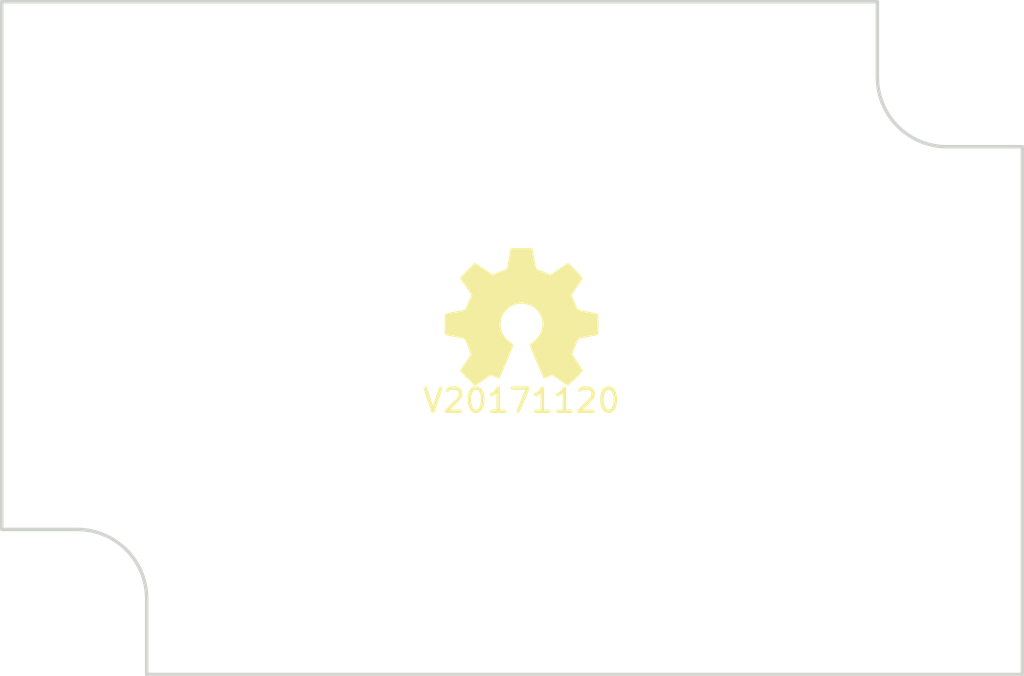
<source format=kicad_pcb>
(kicad_pcb (version 4) (host pcbnew 4.0.7-e2-6376~61~ubuntu18.04.1)

  (general
    (links 0)
    (no_connects 0)
    (area 0 0 0 0)
    (thickness 1.6)
    (drawings 10)
    (tracks 0)
    (zones 0)
    (modules 4)
    (nets 1)
  )

  (page A4)
  (layers
    (0 F.Cu signal)
    (31 B.Cu signal)
    (32 B.Adhes user)
    (33 F.Adhes user)
    (34 B.Paste user)
    (35 F.Paste user)
    (36 B.SilkS user)
    (37 F.SilkS user)
    (38 B.Mask user)
    (39 F.Mask user)
    (40 Dwgs.User user)
    (41 Cmts.User user)
    (42 Eco1.User user)
    (43 Eco2.User user)
    (44 Edge.Cuts user)
    (45 Margin user)
    (46 B.CrtYd user)
    (47 F.CrtYd user)
    (48 B.Fab user)
    (49 F.Fab user)
  )

  (setup
    (last_trace_width 0.1524)
    (user_trace_width 0.1524)
    (user_trace_width 0.2)
    (user_trace_width 0.3)
    (user_trace_width 0.4)
    (user_trace_width 0.6)
    (user_trace_width 1)
    (user_trace_width 1.5)
    (user_trace_width 2)
    (trace_clearance 0.1524)
    (zone_clearance 0.508)
    (zone_45_only no)
    (trace_min 0.1524)
    (segment_width 0.2)
    (edge_width 0.15)
    (via_size 0.381)
    (via_drill 0.254)
    (via_min_size 0.381)
    (via_min_drill 0.254)
    (user_via 0.381 0.254)
    (user_via 0.55 0.4)
    (user_via 0.75 0.6)
    (user_via 0.95 0.8)
    (user_via 1.3 1)
    (user_via 1.5 1.2)
    (user_via 1.7 1.4)
    (user_via 1.9 1.6)
    (uvia_size 0.381)
    (uvia_drill 0.254)
    (uvias_allowed no)
    (uvia_min_size 0.381)
    (uvia_min_drill 0.254)
    (pcb_text_width 0.3)
    (pcb_text_size 1.5 1.5)
    (mod_edge_width 0.15)
    (mod_text_size 1 1)
    (mod_text_width 0.15)
    (pad_size 1.524 1.524)
    (pad_drill 0.762)
    (pad_to_mask_clearance 0.2)
    (aux_axis_origin 0 0)
    (visible_elements FFFFFF7F)
    (pcbplotparams
      (layerselection 0x00030_80000001)
      (usegerberextensions false)
      (excludeedgelayer true)
      (linewidth 0.100000)
      (plotframeref false)
      (viasonmask false)
      (mode 1)
      (useauxorigin false)
      (hpglpennumber 1)
      (hpglpenspeed 20)
      (hpglpendiameter 15)
      (hpglpenoverlay 2)
      (psnegative false)
      (psa4output false)
      (plotreference true)
      (plotvalue true)
      (plotinvisibletext false)
      (padsonsilk false)
      (subtractmaskfromsilk false)
      (outputformat 1)
      (mirror false)
      (drillshape 1)
      (scaleselection 1)
      (outputdirectory ""))
  )

  (net 0 "")

  (net_class Default "This is the default net class."
    (clearance 0.1524)
    (trace_width 0.1524)
    (via_dia 0.381)
    (via_drill 0.254)
    (uvia_dia 0.381)
    (uvia_drill 0.254)
  )

  (module Symbols:OSHW-Symbol_6.7x6mm_SilkScreen (layer F.Cu) (tedit 0) (tstamp 5A135134)
    (at 150.4 99.1)
    (descr "Open Source Hardware Symbol")
    (tags "Logo Symbol OSHW")
    (path /5A135869)
    (attr virtual)
    (fp_text reference N1 (at 0 0) (layer F.SilkS) hide
      (effects (font (size 1 1) (thickness 0.15)))
    )
    (fp_text value OHWLOGO (at 0.75 0) (layer F.Fab) hide
      (effects (font (size 1 1) (thickness 0.15)))
    )
    (fp_poly (pts (xy 0.555814 -2.531069) (xy 0.639635 -2.086445) (xy 0.94892 -1.958947) (xy 1.258206 -1.831449)
      (xy 1.629246 -2.083754) (xy 1.733157 -2.154004) (xy 1.827087 -2.216728) (xy 1.906652 -2.269062)
      (xy 1.96747 -2.308143) (xy 2.005157 -2.331107) (xy 2.015421 -2.336058) (xy 2.03391 -2.323324)
      (xy 2.07342 -2.288118) (xy 2.129522 -2.234938) (xy 2.197787 -2.168282) (xy 2.273786 -2.092646)
      (xy 2.353092 -2.012528) (xy 2.431275 -1.932426) (xy 2.503907 -1.856836) (xy 2.566559 -1.790255)
      (xy 2.614803 -1.737182) (xy 2.64421 -1.702113) (xy 2.651241 -1.690377) (xy 2.641123 -1.66874)
      (xy 2.612759 -1.621338) (xy 2.569129 -1.552807) (xy 2.513218 -1.467785) (xy 2.448006 -1.370907)
      (xy 2.410219 -1.31565) (xy 2.341343 -1.214752) (xy 2.28014 -1.123701) (xy 2.229578 -1.04703)
      (xy 2.192628 -0.989272) (xy 2.172258 -0.954957) (xy 2.169197 -0.947746) (xy 2.176136 -0.927252)
      (xy 2.195051 -0.879487) (xy 2.223087 -0.811168) (xy 2.257391 -0.729011) (xy 2.295109 -0.63973)
      (xy 2.333387 -0.550042) (xy 2.36937 -0.466662) (xy 2.400206 -0.396306) (xy 2.423039 -0.34569)
      (xy 2.435017 -0.321529) (xy 2.435724 -0.320578) (xy 2.454531 -0.315964) (xy 2.504618 -0.305672)
      (xy 2.580793 -0.290713) (xy 2.677865 -0.272099) (xy 2.790643 -0.250841) (xy 2.856442 -0.238582)
      (xy 2.97695 -0.215638) (xy 3.085797 -0.193805) (xy 3.177476 -0.174278) (xy 3.246481 -0.158252)
      (xy 3.287304 -0.146921) (xy 3.295511 -0.143326) (xy 3.303548 -0.118994) (xy 3.310033 -0.064041)
      (xy 3.31497 0.015108) (xy 3.318364 0.112026) (xy 3.320218 0.220287) (xy 3.320538 0.333465)
      (xy 3.319327 0.445135) (xy 3.31659 0.548868) (xy 3.312331 0.638241) (xy 3.306555 0.706826)
      (xy 3.299267 0.748197) (xy 3.294895 0.75681) (xy 3.268764 0.767133) (xy 3.213393 0.781892)
      (xy 3.136107 0.799352) (xy 3.04423 0.81778) (xy 3.012158 0.823741) (xy 2.857524 0.852066)
      (xy 2.735375 0.874876) (xy 2.641673 0.89308) (xy 2.572384 0.907583) (xy 2.523471 0.919292)
      (xy 2.490897 0.929115) (xy 2.470628 0.937956) (xy 2.458626 0.946724) (xy 2.456947 0.948457)
      (xy 2.440184 0.976371) (xy 2.414614 1.030695) (xy 2.382788 1.104777) (xy 2.34726 1.191965)
      (xy 2.310583 1.285608) (xy 2.275311 1.379052) (xy 2.243996 1.465647) (xy 2.219193 1.53874)
      (xy 2.203454 1.591678) (xy 2.199332 1.617811) (xy 2.199676 1.618726) (xy 2.213641 1.640086)
      (xy 2.245322 1.687084) (xy 2.291391 1.754827) (xy 2.348518 1.838423) (xy 2.413373 1.932982)
      (xy 2.431843 1.959854) (xy 2.497699 2.057275) (xy 2.55565 2.146163) (xy 2.602538 2.221412)
      (xy 2.635207 2.27792) (xy 2.6505 2.310581) (xy 2.651241 2.314593) (xy 2.638392 2.335684)
      (xy 2.602888 2.377464) (xy 2.549293 2.435445) (xy 2.482171 2.505135) (xy 2.406087 2.582045)
      (xy 2.325604 2.661683) (xy 2.245287 2.739561) (xy 2.169699 2.811186) (xy 2.103405 2.87207)
      (xy 2.050969 2.917721) (xy 2.016955 2.94365) (xy 2.007545 2.947883) (xy 1.985643 2.937912)
      (xy 1.9408 2.91102) (xy 1.880321 2.871736) (xy 1.833789 2.840117) (xy 1.749475 2.782098)
      (xy 1.649626 2.713784) (xy 1.549473 2.645579) (xy 1.495627 2.609075) (xy 1.313371 2.4858)
      (xy 1.160381 2.56852) (xy 1.090682 2.604759) (xy 1.031414 2.632926) (xy 0.991311 2.648991)
      (xy 0.981103 2.651226) (xy 0.968829 2.634722) (xy 0.944613 2.588082) (xy 0.910263 2.515609)
      (xy 0.867588 2.421606) (xy 0.818394 2.310374) (xy 0.76449 2.186215) (xy 0.707684 2.053432)
      (xy 0.649782 1.916327) (xy 0.592593 1.779202) (xy 0.537924 1.646358) (xy 0.487584 1.522098)
      (xy 0.44338 1.410725) (xy 0.407119 1.316539) (xy 0.380609 1.243844) (xy 0.365658 1.196941)
      (xy 0.363254 1.180833) (xy 0.382311 1.160286) (xy 0.424036 1.126933) (xy 0.479706 1.087702)
      (xy 0.484378 1.084599) (xy 0.628264 0.969423) (xy 0.744283 0.835053) (xy 0.83143 0.685784)
      (xy 0.888699 0.525913) (xy 0.915086 0.359737) (xy 0.909585 0.191552) (xy 0.87119 0.025655)
      (xy 0.798895 -0.133658) (xy 0.777626 -0.168513) (xy 0.666996 -0.309263) (xy 0.536302 -0.422286)
      (xy 0.390064 -0.506997) (xy 0.232808 -0.562806) (xy 0.069057 -0.589126) (xy -0.096667 -0.58537)
      (xy -0.259838 -0.55095) (xy -0.415935 -0.485277) (xy -0.560433 -0.387765) (xy -0.605131 -0.348187)
      (xy -0.718888 -0.224297) (xy -0.801782 -0.093876) (xy -0.858644 0.052315) (xy -0.890313 0.197088)
      (xy -0.898131 0.35986) (xy -0.872062 0.52344) (xy -0.814755 0.682298) (xy -0.728856 0.830906)
      (xy -0.617014 0.963735) (xy -0.481877 1.075256) (xy -0.464117 1.087011) (xy -0.40785 1.125508)
      (xy -0.365077 1.158863) (xy -0.344628 1.18016) (xy -0.344331 1.180833) (xy -0.348721 1.203871)
      (xy -0.366124 1.256157) (xy -0.394732 1.33339) (xy -0.432735 1.431268) (xy -0.478326 1.545491)
      (xy -0.529697 1.671758) (xy -0.585038 1.805767) (xy -0.642542 1.943218) (xy -0.700399 2.079808)
      (xy -0.756802 2.211237) (xy -0.809942 2.333205) (xy -0.85801 2.441409) (xy -0.899199 2.531549)
      (xy -0.931699 2.599323) (xy -0.953703 2.64043) (xy -0.962564 2.651226) (xy -0.98964 2.642819)
      (xy -1.040303 2.620272) (xy -1.105817 2.587613) (xy -1.141841 2.56852) (xy -1.294832 2.4858)
      (xy -1.477088 2.609075) (xy -1.570125 2.672228) (xy -1.671985 2.741727) (xy -1.767438 2.807165)
      (xy -1.81525 2.840117) (xy -1.882495 2.885273) (xy -1.939436 2.921057) (xy -1.978646 2.942938)
      (xy -1.991381 2.947563) (xy -2.009917 2.935085) (xy -2.050941 2.900252) (xy -2.110475 2.846678)
      (xy -2.184542 2.777983) (xy -2.269165 2.697781) (xy -2.322685 2.646286) (xy -2.416319 2.554286)
      (xy -2.497241 2.471999) (xy -2.562177 2.402945) (xy -2.607858 2.350644) (xy -2.631011 2.318616)
      (xy -2.633232 2.312116) (xy -2.622924 2.287394) (xy -2.594439 2.237405) (xy -2.550937 2.167212)
      (xy -2.495577 2.081875) (xy -2.43152 1.986456) (xy -2.413303 1.959854) (xy -2.346927 1.863167)
      (xy -2.287378 1.776117) (xy -2.237984 1.703595) (xy -2.202075 1.650493) (xy -2.182981 1.621703)
      (xy -2.181136 1.618726) (xy -2.183895 1.595782) (xy -2.198538 1.545336) (xy -2.222513 1.474041)
      (xy -2.253266 1.388547) (xy -2.288244 1.295507) (xy -2.324893 1.201574) (xy -2.360661 1.113399)
      (xy -2.392994 1.037634) (xy -2.419338 0.980931) (xy -2.437142 0.949943) (xy -2.438407 0.948457)
      (xy -2.449294 0.939601) (xy -2.467682 0.930843) (xy -2.497606 0.921277) (xy -2.543103 0.909996)
      (xy -2.608209 0.896093) (xy -2.696961 0.878663) (xy -2.813393 0.856798) (xy -2.961542 0.829591)
      (xy -2.993618 0.823741) (xy -3.088686 0.805374) (xy -3.171565 0.787405) (xy -3.23493 0.771569)
      (xy -3.271458 0.7596) (xy -3.276356 0.75681) (xy -3.284427 0.732072) (xy -3.290987 0.67679)
      (xy -3.296033 0.597389) (xy -3.299559 0.500296) (xy -3.301561 0.391938) (xy -3.302036 0.27874)
      (xy -3.300977 0.167128) (xy -3.298382 0.063529) (xy -3.294246 -0.025632) (xy -3.288563 -0.093928)
      (xy -3.281331 -0.134934) (xy -3.276971 -0.143326) (xy -3.252698 -0.151792) (xy -3.197426 -0.165565)
      (xy -3.116662 -0.18345) (xy -3.015912 -0.204252) (xy -2.900683 -0.226777) (xy -2.837902 -0.238582)
      (xy -2.718787 -0.260849) (xy -2.612565 -0.281021) (xy -2.524427 -0.298085) (xy -2.459566 -0.311031)
      (xy -2.423174 -0.318845) (xy -2.417184 -0.320578) (xy -2.407061 -0.34011) (xy -2.385662 -0.387157)
      (xy -2.355839 -0.454997) (xy -2.320445 -0.536909) (xy -2.282332 -0.626172) (xy -2.244353 -0.716065)
      (xy -2.20936 -0.799865) (xy -2.180206 -0.870853) (xy -2.159743 -0.922306) (xy -2.150823 -0.947503)
      (xy -2.150657 -0.948604) (xy -2.160769 -0.968481) (xy -2.189117 -1.014223) (xy -2.232723 -1.081283)
      (xy -2.288606 -1.165116) (xy -2.353787 -1.261174) (xy -2.391679 -1.31635) (xy -2.460725 -1.417519)
      (xy -2.52205 -1.50937) (xy -2.572663 -1.587256) (xy -2.609571 -1.646531) (xy -2.629782 -1.682549)
      (xy -2.632701 -1.690623) (xy -2.620153 -1.709416) (xy -2.585463 -1.749543) (xy -2.533063 -1.806507)
      (xy -2.467384 -1.875815) (xy -2.392856 -1.952969) (xy -2.313913 -2.033475) (xy -2.234983 -2.112837)
      (xy -2.1605 -2.18656) (xy -2.094894 -2.250148) (xy -2.042596 -2.299106) (xy -2.008039 -2.328939)
      (xy -1.996478 -2.336058) (xy -1.977654 -2.326047) (xy -1.932631 -2.297922) (xy -1.865787 -2.254546)
      (xy -1.781499 -2.198782) (xy -1.684144 -2.133494) (xy -1.610707 -2.083754) (xy -1.239667 -1.831449)
      (xy -0.621095 -2.086445) (xy -0.537275 -2.531069) (xy -0.453454 -2.975693) (xy 0.471994 -2.975693)
      (xy 0.555814 -2.531069)) (layer F.SilkS) (width 0.01))
  )

  (module SquantorLabels:Label_version (layer F.Cu) (tedit 59D3ED5E) (tstamp 5A135138)
    (at 150.4 102.7)
    (path /5A1357A5)
    (fp_text reference N2 (at 0 2) (layer F.Fab) hide
      (effects (font (size 1 1) (thickness 0.15)))
    )
    (fp_text value V20171120 (at 0 0) (layer F.SilkS)
      (effects (font (size 1 1) (thickness 0.15)))
    )
  )

  (module SquantorPcbOutline:MountingHole_2.5mm_no_metal locked (layer F.Cu) (tedit 5B1D0196) (tstamp 5B1D07E7)
    (at 140 88.25)
    (path /5B1CFFB9)
    (fp_text reference H1 (at 0 -3) (layer F.SilkS) hide
      (effects (font (size 1 1) (thickness 0.15)))
    )
    (fp_text value Drill_Hole_no_metal (at 0 3) (layer F.Fab) hide
      (effects (font (size 1 1) (thickness 0.15)))
    )
    (pad "" np_thru_hole circle (at 0 0) (size 2.5 2.5) (drill 2.5) (layers *.Cu *.Mask))
  )

  (module SquantorPcbOutline:MountingHole_2.5mm_no_metal locked (layer F.Cu) (tedit 5B1D018E) (tstamp 5B1D07EC)
    (at 160 111.75)
    (path /5B1D000C)
    (fp_text reference H2 (at 0 -3) (layer F.SilkS) hide
      (effects (font (size 1 1) (thickness 0.15)))
    )
    (fp_text value Drill_Hole_no_metal (at 0 3) (layer F.Fab) hide
      (effects (font (size 1 1) (thickness 0.15)))
    )
    (pad "" np_thru_hole circle (at 0 0) (size 2.5 2.5) (drill 2.5) (layers *.Cu *.Mask))
  )

  (gr_line (start 165.75 88.75) (end 165.75 85.5) (layer Edge.Cuts) (width 0.15))
  (gr_line (start 172 91.75) (end 168.75 91.75) (layer Edge.Cuts) (width 0.15))
  (gr_arc (start 168.75 88.75) (end 168.75 91.75) (angle 90) (layer Edge.Cuts) (width 0.15))
  (gr_line (start 134.25 111.25) (end 134.25 114.5) (layer Edge.Cuts) (width 0.15))
  (gr_line (start 128 108.25) (end 131.25 108.25) (layer Edge.Cuts) (width 0.15))
  (gr_arc (start 131.25 111.25) (end 131.25 108.25) (angle 90) (layer Edge.Cuts) (width 0.15))
  (gr_line (start 128 85.5) (end 128 108.25) (layer Edge.Cuts) (width 0.15))
  (gr_line (start 165.75 85.5) (end 128 85.5) (layer Edge.Cuts) (width 0.15))
  (gr_line (start 172 114.5) (end 172 91.75) (layer Edge.Cuts) (width 0.15))
  (gr_line (start 134.25 114.5) (end 172 114.5) (layer Edge.Cuts) (width 0.15))

)

</source>
